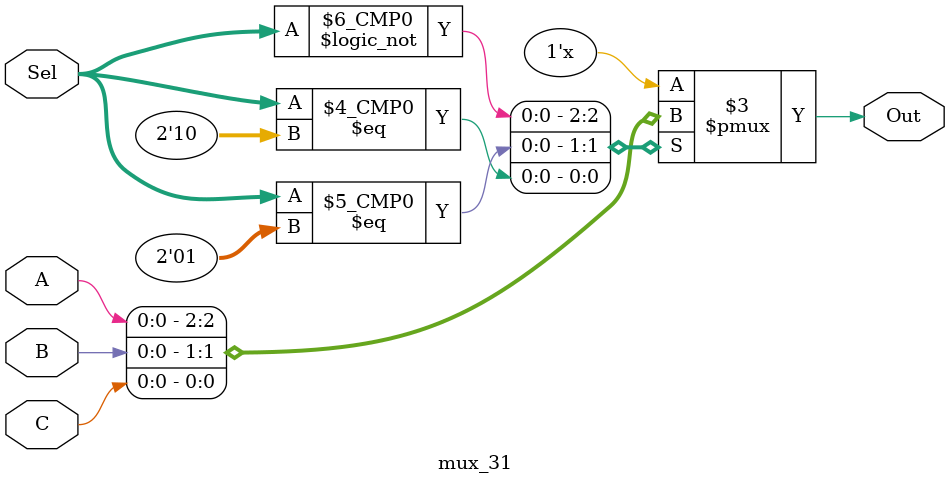
<source format=v>
`timescale 1ns / 1ps


module mux_31 #(parameter WL = 1)
                (input [1:0] Sel, input signed [WL-1: 0] A, B, C,
                    output reg signed [WL-1:0] Out);

    always @ (A or B or C or Sel) begin
        case (Sel)
            2'b00: Out = A;
            2'b01: Out = B;
            2'b10: Out = C;
            default: Out = WL-1'bx;
        endcase
    end
endmodule

</source>
